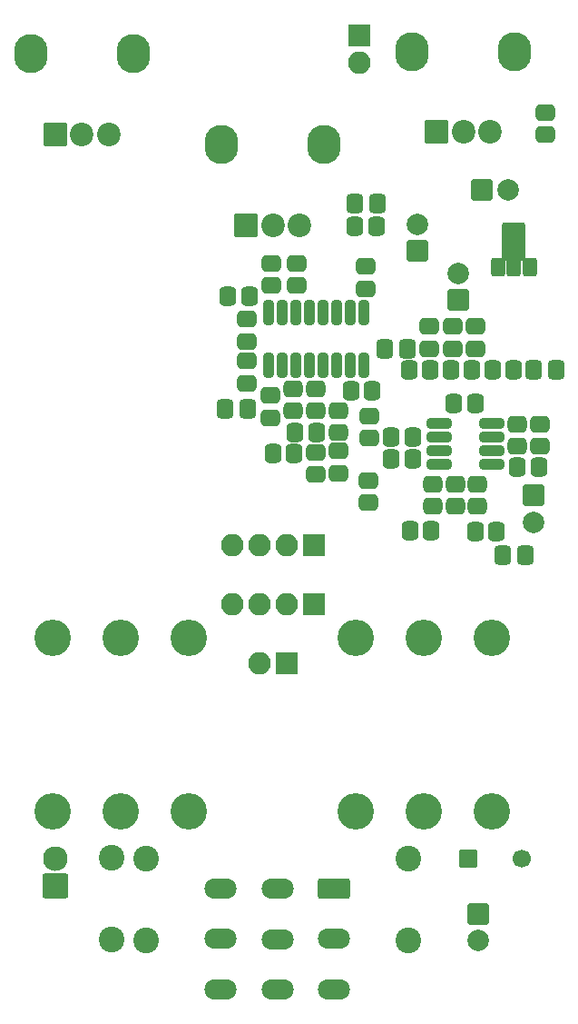
<source format=gbr>
%TF.GenerationSoftware,KiCad,Pcbnew,7.0.2-6a45011f42~172~ubuntu22.04.1*%
%TF.CreationDate,2023-05-29T14:24:00+01:00*%
%TF.ProjectId,rebote-smd,7265626f-7465-42d7-936d-642e6b696361,rev?*%
%TF.SameCoordinates,Original*%
%TF.FileFunction,Soldermask,Top*%
%TF.FilePolarity,Negative*%
%FSLAX46Y46*%
G04 Gerber Fmt 4.6, Leading zero omitted, Abs format (unit mm)*
G04 Created by KiCad (PCBNEW 7.0.2-6a45011f42~172~ubuntu22.04.1) date 2023-05-29 14:24:00*
%MOMM*%
%LPD*%
G01*
G04 APERTURE LIST*
G04 Aperture macros list*
%AMRoundRect*
0 Rectangle with rounded corners*
0 $1 Rounding radius*
0 $2 $3 $4 $5 $6 $7 $8 $9 X,Y pos of 4 corners*
0 Add a 4 corners polygon primitive as box body*
4,1,4,$2,$3,$4,$5,$6,$7,$8,$9,$2,$3,0*
0 Add four circle primitives for the rounded corners*
1,1,$1+$1,$2,$3*
1,1,$1+$1,$4,$5*
1,1,$1+$1,$6,$7*
1,1,$1+$1,$8,$9*
0 Add four rect primitives between the rounded corners*
20,1,$1+$1,$2,$3,$4,$5,0*
20,1,$1+$1,$4,$5,$6,$7,0*
20,1,$1+$1,$6,$7,$8,$9,0*
20,1,$1+$1,$8,$9,$2,$3,0*%
%AMFreePoly0*
4,1,33,3.949277,1.046694,4.018866,0.991198,4.057486,0.911004,4.062500,0.866500,4.062500,-0.866500,4.042694,-0.953277,3.987198,-1.022866,3.907004,-1.061486,3.862500,-1.066500,0.737500,-1.066500,0.650723,-1.046694,0.581134,-0.991198,0.542514,-0.911004,0.537500,-0.866500,0.537500,-0.650000,-0.737500,-0.650000,-0.824277,-0.630194,-0.893866,-0.574698,-0.932486,-0.494504,-0.937500,-0.450000,
-0.937500,0.450000,-0.917694,0.536777,-0.862198,0.606366,-0.782004,0.644986,-0.737500,0.650000,0.537500,0.650000,0.537500,0.866500,0.557306,0.953277,0.612802,1.022866,0.692996,1.061486,0.737500,1.066500,3.862500,1.066500,3.949277,1.046694,3.949277,1.046694,$1*%
G04 Aperture macros list end*
%ADD10RoundRect,0.200000X1.300000X0.750000X-1.300000X0.750000X-1.300000X-0.750000X1.300000X-0.750000X0*%
%ADD11O,3.000000X1.900000*%
%ADD12C,3.400000*%
%ADD13RoundRect,0.200000X-0.850000X-0.850000X0.850000X-0.850000X0.850000X0.850000X-0.850000X0.850000X0*%
%ADD14O,2.100000X2.100000*%
%ADD15RoundRect,0.200000X-0.850000X0.850000X-0.850000X-0.850000X0.850000X-0.850000X0.850000X0.850000X0*%
%ADD16RoundRect,0.200000X-0.800000X0.800000X-0.800000X-0.800000X0.800000X-0.800000X0.800000X0.800000X0*%
%ADD17C,2.000000*%
%ADD18RoundRect,0.200000X1.000000X0.950000X-1.000000X0.950000X-1.000000X-0.950000X1.000000X-0.950000X0*%
%ADD19C,2.300000*%
%ADD20C,2.398980*%
%ADD21RoundRect,0.200000X-0.650000X-0.650000X0.650000X-0.650000X0.650000X0.650000X-0.650000X0.650000X0*%
%ADD22C,1.700000*%
%ADD23RoundRect,0.450000X-0.475000X0.337500X-0.475000X-0.337500X0.475000X-0.337500X0.475000X0.337500X0*%
%ADD24RoundRect,0.450000X0.475000X-0.337500X0.475000X0.337500X-0.475000X0.337500X-0.475000X-0.337500X0*%
%ADD25O,3.120000X3.640000*%
%ADD26RoundRect,0.200000X0.900000X0.900000X-0.900000X0.900000X-0.900000X-0.900000X0.900000X-0.900000X0*%
%ADD27C,2.200000*%
%ADD28RoundRect,0.450000X0.450000X-0.350000X0.450000X0.350000X-0.450000X0.350000X-0.450000X-0.350000X0*%
%ADD29RoundRect,0.450000X0.337500X0.475000X-0.337500X0.475000X-0.337500X-0.475000X0.337500X-0.475000X0*%
%ADD30RoundRect,0.450000X-0.450000X0.350000X-0.450000X-0.350000X0.450000X-0.350000X0.450000X0.350000X0*%
%ADD31RoundRect,0.450000X0.350000X0.450000X-0.350000X0.450000X-0.350000X-0.450000X0.350000X-0.450000X0*%
%ADD32RoundRect,0.200000X-0.800000X-0.800000X0.800000X-0.800000X0.800000X0.800000X-0.800000X0.800000X0*%
%ADD33RoundRect,0.200000X0.450000X-0.650000X0.450000X0.650000X-0.450000X0.650000X-0.450000X-0.650000X0*%
%ADD34FreePoly0,90.000000*%
%ADD35RoundRect,0.450000X-0.350000X-0.450000X0.350000X-0.450000X0.350000X0.450000X-0.350000X0.450000X0*%
%ADD36RoundRect,0.200000X0.800000X-0.800000X0.800000X0.800000X-0.800000X0.800000X-0.800000X-0.800000X0*%
%ADD37RoundRect,0.450000X-0.337500X-0.475000X0.337500X-0.475000X0.337500X0.475000X-0.337500X0.475000X0*%
%ADD38RoundRect,0.350000X-0.825000X-0.150000X0.825000X-0.150000X0.825000X0.150000X-0.825000X0.150000X0*%
%ADD39RoundRect,0.350000X-0.150000X0.825000X-0.150000X-0.825000X0.150000X-0.825000X0.150000X0.825000X0*%
G04 APERTURE END LIST*
D10*
%TO.C,SW1*%
X148550000Y-137825000D03*
D11*
X143250000Y-137825000D03*
X137950000Y-137825000D03*
X148550000Y-142525000D03*
X143250000Y-142550000D03*
X137950000Y-142525000D03*
X148550000Y-147225000D03*
X143250000Y-147225000D03*
X137950000Y-147225000D03*
%TD*%
D12*
%TO.C,J3*%
X128595000Y-130665000D03*
X128595000Y-114435000D03*
X122245000Y-130665000D03*
X122245000Y-114435000D03*
X134945000Y-130665000D03*
X134945000Y-114435000D03*
%TD*%
D13*
%TO.C,J1*%
X150910000Y-58325000D03*
D14*
X150910000Y-60865000D03*
%TD*%
D15*
%TO.C,JOVGI1*%
X146700000Y-111350000D03*
D14*
X144160000Y-111350000D03*
X141620000Y-111350000D03*
X139080000Y-111350000D03*
%TD*%
D15*
%TO.C,JOVGI2*%
X146700000Y-105800000D03*
D14*
X144160000Y-105800000D03*
X141620000Y-105800000D03*
X139080000Y-105800000D03*
%TD*%
D16*
%TO.C,C2*%
X162000000Y-140200000D03*
D17*
X162000000Y-142700000D03*
%TD*%
D18*
%TO.C,D1*%
X122500000Y-137540000D03*
D19*
X122500000Y-135000000D03*
%TD*%
D20*
%TO.C,R1*%
X155500000Y-135000000D03*
X155500000Y-142620000D03*
%TD*%
%TO.C,R2*%
X127760000Y-142600000D03*
X127760000Y-134980000D03*
%TD*%
%TO.C,R3*%
X131010000Y-135000000D03*
X131010000Y-142620000D03*
%TD*%
D21*
%TO.C,C1*%
X161050000Y-135000000D03*
D22*
X166050000Y-135000000D03*
%TD*%
D15*
%TO.C,J4*%
X144140000Y-116810000D03*
D14*
X141600000Y-116810000D03*
%TD*%
D12*
%TO.C,J2*%
X156925000Y-114435000D03*
X156925000Y-130665000D03*
X163275000Y-114435000D03*
X163275000Y-130665000D03*
X150575000Y-114435000D03*
X150575000Y-130665000D03*
%TD*%
D23*
%TO.C,C15*%
X142710000Y-79562500D03*
X142710000Y-81637500D03*
%TD*%
D24*
%TO.C,C6*%
X167766000Y-96602500D03*
X167766000Y-94527500D03*
%TD*%
D25*
%TO.C,RV2*%
X138010000Y-68525000D03*
X147610000Y-68525000D03*
D26*
X140310000Y-76025000D03*
D27*
X142810000Y-76025000D03*
X145310000Y-76025000D03*
%TD*%
D28*
%TO.C,R7*%
X161866000Y-102165000D03*
X161866000Y-100165000D03*
%TD*%
D29*
%TO.C,C5*%
X169247500Y-89500000D03*
X167172500Y-89500000D03*
%TD*%
D23*
%TO.C,C20*%
X151731000Y-99792500D03*
X151731000Y-101867500D03*
%TD*%
D30*
%TO.C,R20*%
X157766000Y-100165000D03*
X157766000Y-102165000D03*
%TD*%
D31*
%TO.C,R15*%
X140610000Y-82600000D03*
X138610000Y-82600000D03*
%TD*%
D32*
%TO.C,C10*%
X162304888Y-72700000D03*
D17*
X164804888Y-72700000D03*
%TD*%
D29*
%TO.C,C25*%
X152547500Y-74000000D03*
X150472500Y-74000000D03*
%TD*%
D25*
%TO.C,RV1*%
X120210000Y-60025000D03*
X129810000Y-60025000D03*
D26*
X122510000Y-67525000D03*
D27*
X125010000Y-67525000D03*
X127510000Y-67525000D03*
%TD*%
D33*
%TO.C,U2*%
X163810000Y-79950000D03*
D34*
X165310000Y-79862500D03*
D33*
X166810000Y-79950000D03*
%TD*%
D31*
%TO.C,R6*%
X167666000Y-98565000D03*
X165666000Y-98565000D03*
%TD*%
D23*
%TO.C,C9*%
X151510000Y-79862500D03*
X151510000Y-81937500D03*
%TD*%
D31*
%TO.C,R13*%
X161710000Y-92600000D03*
X159710000Y-92600000D03*
%TD*%
D35*
%TO.C,R21*%
X144910000Y-95300000D03*
X146910000Y-95300000D03*
%TD*%
D24*
%TO.C,C24*%
X146810000Y-99237500D03*
X146810000Y-97162500D03*
%TD*%
D29*
%TO.C,C11*%
X155347500Y-87500000D03*
X153272500Y-87500000D03*
%TD*%
D35*
%TO.C,R24*%
X142810000Y-97300000D03*
X144810000Y-97300000D03*
%TD*%
D36*
%TO.C,C13*%
X160110000Y-83000000D03*
D17*
X160110000Y-80500000D03*
%TD*%
D23*
%TO.C,C7*%
X161710000Y-85462500D03*
X161710000Y-87537500D03*
%TD*%
%TO.C,C16*%
X151866000Y-93765000D03*
X151866000Y-95840000D03*
%TD*%
D28*
%TO.C,R8*%
X165666000Y-96565000D03*
X165666000Y-94565000D03*
%TD*%
D24*
%TO.C,C18*%
X140410000Y-86837500D03*
X140410000Y-84762500D03*
%TD*%
%TO.C,C22*%
X148910000Y-99137500D03*
X148910000Y-97062500D03*
%TD*%
D28*
%TO.C,R16*%
X159866000Y-102165000D03*
X159866000Y-100165000D03*
%TD*%
D23*
%TO.C,C19*%
X140410000Y-88662500D03*
X140410000Y-90737500D03*
%TD*%
D31*
%TO.C,R17*%
X155866000Y-97765000D03*
X153866000Y-97765000D03*
%TD*%
D23*
%TO.C,C14*%
X145010000Y-79562500D03*
X145010000Y-81637500D03*
%TD*%
D31*
%TO.C,R18*%
X152510000Y-76100000D03*
X150510000Y-76100000D03*
%TD*%
D28*
%TO.C,R22*%
X146810000Y-93300000D03*
X146810000Y-91300000D03*
%TD*%
D23*
%TO.C,C8*%
X157410000Y-85462500D03*
X157410000Y-87537500D03*
%TD*%
D37*
%TO.C,C4*%
X164272500Y-106800000D03*
X166347500Y-106800000D03*
%TD*%
D38*
%TO.C,U1*%
X158341000Y-94460000D03*
X158341000Y-95730000D03*
X158341000Y-97000000D03*
X158341000Y-98270000D03*
X163291000Y-98270000D03*
X163291000Y-97000000D03*
X163291000Y-95730000D03*
X163291000Y-94460000D03*
%TD*%
D16*
%TO.C,C3*%
X167110000Y-101194888D03*
D17*
X167110000Y-103694888D03*
%TD*%
D35*
%TO.C,R4*%
X155610000Y-104500000D03*
X157610000Y-104500000D03*
%TD*%
D24*
%TO.C,C17*%
X159610000Y-87537500D03*
X159610000Y-85462500D03*
%TD*%
D31*
%TO.C,R11*%
X157510000Y-89500000D03*
X155510000Y-89500000D03*
%TD*%
D30*
%TO.C,R19*%
X144710000Y-91300000D03*
X144710000Y-93300000D03*
%TD*%
D39*
%TO.C,U3*%
X151355000Y-84125000D03*
X150085000Y-84125000D03*
X148815000Y-84125000D03*
X147545000Y-84125000D03*
X146275000Y-84125000D03*
X145005000Y-84125000D03*
X143735000Y-84125000D03*
X142465000Y-84125000D03*
X142465000Y-89075000D03*
X143735000Y-89075000D03*
X145005000Y-89075000D03*
X146275000Y-89075000D03*
X147545000Y-89075000D03*
X148815000Y-89075000D03*
X150085000Y-89075000D03*
X151355000Y-89075000D03*
%TD*%
D36*
%TO.C,C12*%
X156310000Y-78400000D03*
D17*
X156310000Y-75900000D03*
%TD*%
D31*
%TO.C,R10*%
X161410000Y-89500000D03*
X159410000Y-89500000D03*
%TD*%
D28*
%TO.C,R23*%
X148910000Y-95300000D03*
X148910000Y-93300000D03*
%TD*%
D35*
%TO.C,R5*%
X161710000Y-104600000D03*
X163710000Y-104600000D03*
%TD*%
%TO.C,R14*%
X153866000Y-95765000D03*
X155866000Y-95765000D03*
%TD*%
D23*
%TO.C,C23*%
X142610000Y-91862500D03*
X142610000Y-93937500D03*
%TD*%
%TO.C,C26*%
X168210000Y-65525000D03*
X168210000Y-67600000D03*
%TD*%
D31*
%TO.C,R12*%
X152110000Y-91400000D03*
X150110000Y-91400000D03*
%TD*%
D37*
%TO.C,C21*%
X138372500Y-93100000D03*
X140447500Y-93100000D03*
%TD*%
D25*
%TO.C,RV3*%
X155810000Y-59825000D03*
X165410000Y-59825000D03*
D26*
X158110000Y-67325000D03*
D27*
X160610000Y-67325000D03*
X163110000Y-67325000D03*
%TD*%
D31*
%TO.C,R9*%
X165310000Y-89500000D03*
X163310000Y-89500000D03*
%TD*%
M02*

</source>
